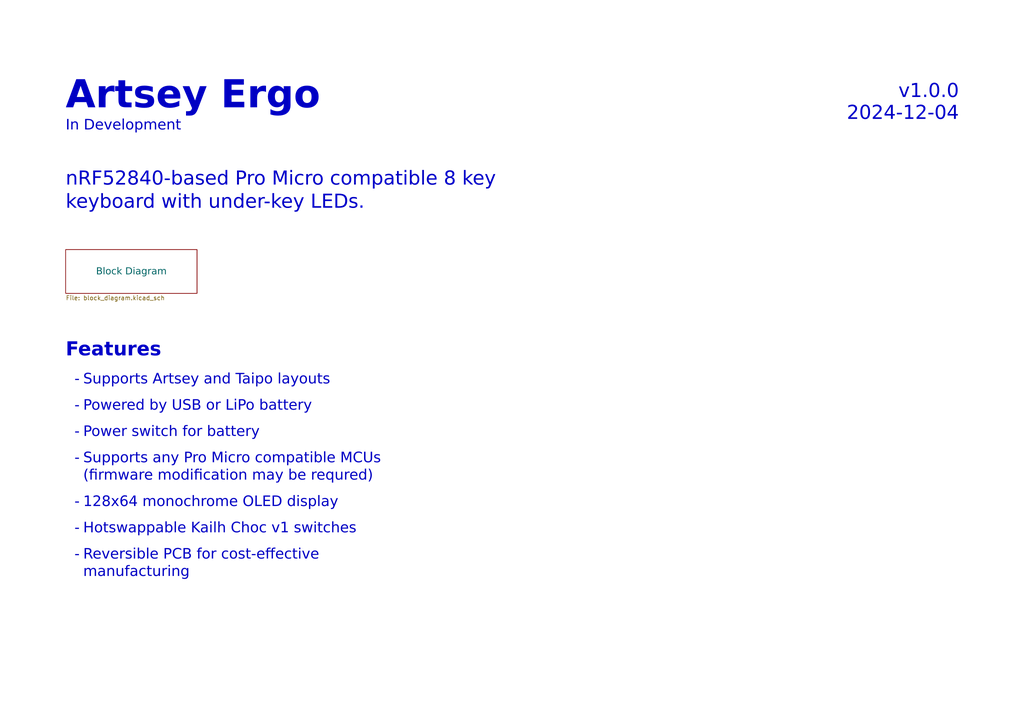
<source format=kicad_sch>
(kicad_sch
	(version 20231120)
	(generator "eeschema")
	(generator_version "8.0")
	(uuid "b0cc1372-dd77-4c7b-80f4-446de8540008")
	(paper "A4")
	(title_block
		(title "Artsey Ergo")
		(date "2024-12-04")
		(rev "v1.0.0")
		(company "TMShader")
		(comment 9 "Artsey Ergo")
	)
	(lib_symbols)
	(text "Features"
		(exclude_from_sim no)
		(at 19.05 100.33 0)
		(effects
			(font
				(face "Lexend")
				(size 4 4)
				(thickness 0.8)
				(bold yes)
			)
			(justify left top)
		)
		(uuid "0fd6d1f8-83e2-428e-85d2-6b12bf91468c")
	)
	(text "-"
		(exclude_from_sim no)
		(at 21.59 160.02 0)
		(effects
			(font
				(face "Lexend")
				(size 3 3)
				(thickness 0.375)
			)
			(justify left top)
		)
		(uuid "19c06224-36dd-4321-890f-bacd13c82563")
	)
	(text "-"
		(exclude_from_sim no)
		(at 21.59 152.4 0)
		(effects
			(font
				(face "Lexend")
				(size 3 3)
				(thickness 0.375)
			)
			(justify left top)
		)
		(uuid "250b26e3-2330-4863-91af-6e36d01411f2")
	)
	(text "Hotswappable Kailh Choc v1 switches"
		(exclude_from_sim no)
		(at 24.13 152.4 0)
		(effects
			(font
				(face "Lexend")
				(size 3 3)
				(thickness 0.375)
			)
			(justify left top)
		)
		(uuid "35bd4358-5e9a-401e-8d58-1fa7d24f0e7b")
	)
	(text "${REVISION}"
		(exclude_from_sim no)
		(at 278.13 25.4 0)
		(effects
			(font
				(face "Lexend")
				(size 4 4)
				(thickness 0.508)
			)
			(justify right top)
		)
		(uuid "5b9cb483-dc8d-4af0-9199-11aefc9981cc")
	)
	(text "${ISSUE_DATE}"
		(exclude_from_sim no)
		(at 278.13 31.75 0)
		(effects
			(font
				(face "Lexend")
				(size 4 4)
				(thickness 0.5715)
			)
			(justify right top)
		)
		(uuid "760d5116-de50-442d-96d3-9a3eaf6f8487")
	)
	(text "-"
		(exclude_from_sim no)
		(at 21.59 124.46 0)
		(effects
			(font
				(face "Lexend")
				(size 3 3)
				(thickness 0.375)
			)
			(justify left top)
		)
		(uuid "781de6dd-ff9a-402c-b75d-de0bd3f353c7")
	)
	(text "-"
		(exclude_from_sim no)
		(at 21.59 132.08 0)
		(effects
			(font
				(face "Lexend")
				(size 3 3)
				(thickness 0.375)
			)
			(justify left top)
		)
		(uuid "7ee233d8-f8be-4dab-8876-f4fe69b0c219")
	)
	(text "-"
		(exclude_from_sim no)
		(at 21.59 116.84 0)
		(effects
			(font
				(face "Lexend")
				(size 3 3)
				(thickness 0.375)
			)
			(justify left top)
		)
		(uuid "7fd1d914-1f01-4950-aedb-d17cd05f9212")
	)
	(text "-"
		(exclude_from_sim no)
		(at 21.59 144.78 0)
		(effects
			(font
				(face "Lexend")
				(size 3 3)
				(thickness 0.375)
			)
			(justify left top)
		)
		(uuid "8205310c-eea5-419c-bf98-7d0a74b17a00")
	)
	(text "-"
		(exclude_from_sim no)
		(at 21.59 109.22 0)
		(effects
			(font
				(face "Lexend")
				(size 3 3)
				(thickness 0.375)
			)
			(justify left top)
		)
		(uuid "83db6dbb-854d-4332-86fb-e965fa254b1a")
	)
	(text "128x64 monochrome OLED display"
		(exclude_from_sim no)
		(at 24.13 144.78 0)
		(effects
			(font
				(face "Lexend")
				(size 3 3)
				(thickness 0.375)
			)
			(justify left top)
		)
		(uuid "9b1e66c5-f987-4e9c-835e-be3fb9ba4df8")
	)
	(text "Supports any Pro Micro compatible MCUs\n(firmware modification may be requred)"
		(exclude_from_sim no)
		(at 24.13 132.08 0)
		(effects
			(font
				(face "Lexend")
				(size 3 3)
				(thickness 0.375)
			)
			(justify left top)
		)
		(uuid "bca61413-39df-446d-a0a8-66a9eefd9bef")
	)
	(text "Supports Artsey and Taipo layouts"
		(exclude_from_sim no)
		(at 24.13 109.22 0)
		(effects
			(font
				(face "Lexend")
				(size 3 3)
				(thickness 0.375)
			)
			(justify left top)
		)
		(uuid "c040deba-f9e4-42b8-8cfc-3f63a8ea985f")
	)
	(text "${TITLE}\n"
		(exclude_from_sim no)
		(at 19.05 25.4 0)
		(effects
			(font
				(face "Lexend")
				(size 8 8)
				(thickness 1.6256)
				(bold yes)
			)
			(justify left top)
		)
		(uuid "c376ac85-8bd7-447b-bd4f-aaf1667fdae8")
	)
	(text "nRF52840-based Pro Micro compatible 8 key\nkeyboard with under-key LEDs."
		(exclude_from_sim no)
		(at 19.05 50.8 0)
		(effects
			(font
				(face "Lexend")
				(size 4 4)
				(thickness 0.508)
			)
			(justify left top)
		)
		(uuid "c3c11998-0160-4abd-89fb-e1209137239d")
	)
	(text "Powered by USB or LiPo battery"
		(exclude_from_sim no)
		(at 24.13 116.84 0)
		(effects
			(font
				(face "Lexend")
				(size 3 3)
				(thickness 0.375)
			)
			(justify left top)
		)
		(uuid "ed698406-9e5c-4bfb-9707-98efd7cab19a")
	)
	(text "In Development"
		(exclude_from_sim no)
		(at 19.05 35.56 0)
		(effects
			(font
				(face "Lexend")
				(size 3 3)
				(thickness 0.508)
				(italic yes)
			)
			(justify left top)
		)
		(uuid "f010708d-6791-449a-aca4-ae6bf4e8c836")
	)
	(text "Reversible PCB for cost-effective\nmanufacturing"
		(exclude_from_sim no)
		(at 24.13 160.02 0)
		(effects
			(font
				(face "Lexend")
				(size 3 3)
				(thickness 0.375)
			)
			(justify left top)
		)
		(uuid "f98d39cd-08b1-4b9b-bbac-81d1de240ee8")
	)
	(text "Power switch for battery\n"
		(exclude_from_sim no)
		(at 24.13 124.46 0)
		(effects
			(font
				(face "Lexend")
				(size 3 3)
				(thickness 0.375)
			)
			(justify left top)
		)
		(uuid "fade45a6-b24d-4c64-9e98-e0b0f6635e60")
	)
	(sheet
		(at 19.05 72.39)
		(size 38.1 12.7)
		(stroke
			(width 0.1524)
			(type solid)
		)
		(fill
			(color 0 0 0 0.0000)
		)
		(uuid "24081743-b7db-4273-9c5a-be72845f7f51")
		(property "Sheetname" "Block Diagram"
			(at 38.1 78.74 0)
			(effects
				(font
					(face "Lexend")
					(size 2 2)
				)
			)
		)
		(property "Sheetfile" "block_diagram.kicad_sch"
			(at 19.05 85.6746 0)
			(effects
				(font
					(size 1.27 1.27)
				)
				(justify left top)
			)
		)
		(instances
			(project "artsey_ergo"
				(path "/b0cc1372-dd77-4c7b-80f4-446de8540008"
					(page "2")
				)
			)
		)
	)
	(sheet_instances
		(path "/"
			(page "1")
		)
	)
)

</source>
